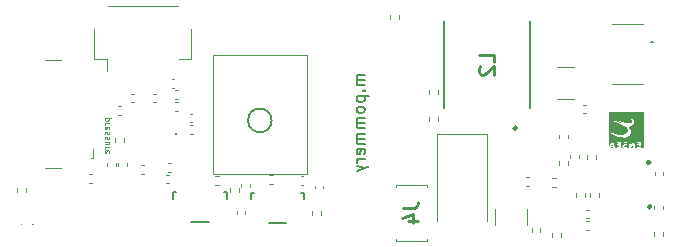
<source format=gbr>
%TF.GenerationSoftware,KiCad,Pcbnew,8.0.5*%
%TF.CreationDate,2025-02-13T02:53:00+01:00*%
%TF.ProjectId,cansatperso,63616e73-6174-4706-9572-736f2e6b6963,rev?*%
%TF.SameCoordinates,Original*%
%TF.FileFunction,Legend,Bot*%
%TF.FilePolarity,Positive*%
%FSLAX46Y46*%
G04 Gerber Fmt 4.6, Leading zero omitted, Abs format (unit mm)*
G04 Created by KiCad (PCBNEW 8.0.5) date 2025-02-13 02:53:00*
%MOMM*%
%LPD*%
G01*
G04 APERTURE LIST*
%ADD10C,0.100000*%
%ADD11C,0.200000*%
%ADD12C,0.254000*%
%ADD13C,0.120000*%
%ADD14C,0.150000*%
%ADD15C,0.250000*%
%ADD16C,0.000000*%
G04 APERTURE END LIST*
D10*
X147700276Y-83144836D02*
X148200276Y-83144836D01*
X147724085Y-83144836D02*
X147700276Y-83192455D01*
X147700276Y-83192455D02*
X147700276Y-83287693D01*
X147700276Y-83287693D02*
X147724085Y-83335312D01*
X147724085Y-83335312D02*
X147747895Y-83359122D01*
X147747895Y-83359122D02*
X147795514Y-83382931D01*
X147795514Y-83382931D02*
X147938371Y-83382931D01*
X147938371Y-83382931D02*
X147985990Y-83359122D01*
X147985990Y-83359122D02*
X148009800Y-83335312D01*
X148009800Y-83335312D02*
X148033609Y-83287693D01*
X148033609Y-83287693D02*
X148033609Y-83192455D01*
X148033609Y-83192455D02*
X148009800Y-83144836D01*
X148033609Y-83597217D02*
X147700276Y-83597217D01*
X147795514Y-83597217D02*
X147747895Y-83621027D01*
X147747895Y-83621027D02*
X147724085Y-83644836D01*
X147724085Y-83644836D02*
X147700276Y-83692455D01*
X147700276Y-83692455D02*
X147700276Y-83740074D01*
X148009800Y-84097217D02*
X148033609Y-84049598D01*
X148033609Y-84049598D02*
X148033609Y-83954360D01*
X148033609Y-83954360D02*
X148009800Y-83906741D01*
X148009800Y-83906741D02*
X147962180Y-83882932D01*
X147962180Y-83882932D02*
X147771704Y-83882932D01*
X147771704Y-83882932D02*
X147724085Y-83906741D01*
X147724085Y-83906741D02*
X147700276Y-83954360D01*
X147700276Y-83954360D02*
X147700276Y-84049598D01*
X147700276Y-84049598D02*
X147724085Y-84097217D01*
X147724085Y-84097217D02*
X147771704Y-84121027D01*
X147771704Y-84121027D02*
X147819323Y-84121027D01*
X147819323Y-84121027D02*
X147866942Y-83882932D01*
X148009800Y-84311503D02*
X148033609Y-84359122D01*
X148033609Y-84359122D02*
X148033609Y-84454360D01*
X148033609Y-84454360D02*
X148009800Y-84501979D01*
X148009800Y-84501979D02*
X147962180Y-84525788D01*
X147962180Y-84525788D02*
X147938371Y-84525788D01*
X147938371Y-84525788D02*
X147890752Y-84501979D01*
X147890752Y-84501979D02*
X147866942Y-84454360D01*
X147866942Y-84454360D02*
X147866942Y-84382931D01*
X147866942Y-84382931D02*
X147843133Y-84335312D01*
X147843133Y-84335312D02*
X147795514Y-84311503D01*
X147795514Y-84311503D02*
X147771704Y-84311503D01*
X147771704Y-84311503D02*
X147724085Y-84335312D01*
X147724085Y-84335312D02*
X147700276Y-84382931D01*
X147700276Y-84382931D02*
X147700276Y-84454360D01*
X147700276Y-84454360D02*
X147724085Y-84501979D01*
X148009800Y-84716265D02*
X148033609Y-84763884D01*
X148033609Y-84763884D02*
X148033609Y-84859122D01*
X148033609Y-84859122D02*
X148009800Y-84906741D01*
X148009800Y-84906741D02*
X147962180Y-84930550D01*
X147962180Y-84930550D02*
X147938371Y-84930550D01*
X147938371Y-84930550D02*
X147890752Y-84906741D01*
X147890752Y-84906741D02*
X147866942Y-84859122D01*
X147866942Y-84859122D02*
X147866942Y-84787693D01*
X147866942Y-84787693D02*
X147843133Y-84740074D01*
X147843133Y-84740074D02*
X147795514Y-84716265D01*
X147795514Y-84716265D02*
X147771704Y-84716265D01*
X147771704Y-84716265D02*
X147724085Y-84740074D01*
X147724085Y-84740074D02*
X147700276Y-84787693D01*
X147700276Y-84787693D02*
X147700276Y-84859122D01*
X147700276Y-84859122D02*
X147724085Y-84906741D01*
X147700276Y-85359122D02*
X148033609Y-85359122D01*
X147700276Y-85144836D02*
X147962180Y-85144836D01*
X147962180Y-85144836D02*
X148009800Y-85168646D01*
X148009800Y-85168646D02*
X148033609Y-85216265D01*
X148033609Y-85216265D02*
X148033609Y-85287693D01*
X148033609Y-85287693D02*
X148009800Y-85335312D01*
X148009800Y-85335312D02*
X147985990Y-85359122D01*
X148033609Y-85597217D02*
X147700276Y-85597217D01*
X147795514Y-85597217D02*
X147747895Y-85621027D01*
X147747895Y-85621027D02*
X147724085Y-85644836D01*
X147724085Y-85644836D02*
X147700276Y-85692455D01*
X147700276Y-85692455D02*
X147700276Y-85740074D01*
X148009800Y-86097217D02*
X148033609Y-86049598D01*
X148033609Y-86049598D02*
X148033609Y-85954360D01*
X148033609Y-85954360D02*
X148009800Y-85906741D01*
X148009800Y-85906741D02*
X147962180Y-85882932D01*
X147962180Y-85882932D02*
X147771704Y-85882932D01*
X147771704Y-85882932D02*
X147724085Y-85906741D01*
X147724085Y-85906741D02*
X147700276Y-85954360D01*
X147700276Y-85954360D02*
X147700276Y-86049598D01*
X147700276Y-86049598D02*
X147724085Y-86097217D01*
X147724085Y-86097217D02*
X147771704Y-86121027D01*
X147771704Y-86121027D02*
X147819323Y-86121027D01*
X147819323Y-86121027D02*
X147866942Y-85882932D01*
D11*
X169687219Y-79509673D02*
X169020552Y-79509673D01*
X169115790Y-79509673D02*
X169068171Y-79557292D01*
X169068171Y-79557292D02*
X169020552Y-79652530D01*
X169020552Y-79652530D02*
X169020552Y-79795387D01*
X169020552Y-79795387D02*
X169068171Y-79890625D01*
X169068171Y-79890625D02*
X169163409Y-79938244D01*
X169163409Y-79938244D02*
X169687219Y-79938244D01*
X169163409Y-79938244D02*
X169068171Y-79985863D01*
X169068171Y-79985863D02*
X169020552Y-80081101D01*
X169020552Y-80081101D02*
X169020552Y-80223958D01*
X169020552Y-80223958D02*
X169068171Y-80319197D01*
X169068171Y-80319197D02*
X169163409Y-80366816D01*
X169163409Y-80366816D02*
X169687219Y-80366816D01*
X169591980Y-80843006D02*
X169639600Y-80890625D01*
X169639600Y-80890625D02*
X169687219Y-80843006D01*
X169687219Y-80843006D02*
X169639600Y-80795387D01*
X169639600Y-80795387D02*
X169591980Y-80843006D01*
X169591980Y-80843006D02*
X169687219Y-80843006D01*
X169020552Y-81319196D02*
X170020552Y-81319196D01*
X169068171Y-81319196D02*
X169020552Y-81414434D01*
X169020552Y-81414434D02*
X169020552Y-81604910D01*
X169020552Y-81604910D02*
X169068171Y-81700148D01*
X169068171Y-81700148D02*
X169115790Y-81747767D01*
X169115790Y-81747767D02*
X169211028Y-81795386D01*
X169211028Y-81795386D02*
X169496742Y-81795386D01*
X169496742Y-81795386D02*
X169591980Y-81747767D01*
X169591980Y-81747767D02*
X169639600Y-81700148D01*
X169639600Y-81700148D02*
X169687219Y-81604910D01*
X169687219Y-81604910D02*
X169687219Y-81414434D01*
X169687219Y-81414434D02*
X169639600Y-81319196D01*
X169687219Y-82366815D02*
X169639600Y-82271577D01*
X169639600Y-82271577D02*
X169591980Y-82223958D01*
X169591980Y-82223958D02*
X169496742Y-82176339D01*
X169496742Y-82176339D02*
X169211028Y-82176339D01*
X169211028Y-82176339D02*
X169115790Y-82223958D01*
X169115790Y-82223958D02*
X169068171Y-82271577D01*
X169068171Y-82271577D02*
X169020552Y-82366815D01*
X169020552Y-82366815D02*
X169020552Y-82509672D01*
X169020552Y-82509672D02*
X169068171Y-82604910D01*
X169068171Y-82604910D02*
X169115790Y-82652529D01*
X169115790Y-82652529D02*
X169211028Y-82700148D01*
X169211028Y-82700148D02*
X169496742Y-82700148D01*
X169496742Y-82700148D02*
X169591980Y-82652529D01*
X169591980Y-82652529D02*
X169639600Y-82604910D01*
X169639600Y-82604910D02*
X169687219Y-82509672D01*
X169687219Y-82509672D02*
X169687219Y-82366815D01*
X169687219Y-83128720D02*
X169020552Y-83128720D01*
X169115790Y-83128720D02*
X169068171Y-83176339D01*
X169068171Y-83176339D02*
X169020552Y-83271577D01*
X169020552Y-83271577D02*
X169020552Y-83414434D01*
X169020552Y-83414434D02*
X169068171Y-83509672D01*
X169068171Y-83509672D02*
X169163409Y-83557291D01*
X169163409Y-83557291D02*
X169687219Y-83557291D01*
X169163409Y-83557291D02*
X169068171Y-83604910D01*
X169068171Y-83604910D02*
X169020552Y-83700148D01*
X169020552Y-83700148D02*
X169020552Y-83843005D01*
X169020552Y-83843005D02*
X169068171Y-83938244D01*
X169068171Y-83938244D02*
X169163409Y-83985863D01*
X169163409Y-83985863D02*
X169687219Y-83985863D01*
X169687219Y-84462053D02*
X169020552Y-84462053D01*
X169115790Y-84462053D02*
X169068171Y-84509672D01*
X169068171Y-84509672D02*
X169020552Y-84604910D01*
X169020552Y-84604910D02*
X169020552Y-84747767D01*
X169020552Y-84747767D02*
X169068171Y-84843005D01*
X169068171Y-84843005D02*
X169163409Y-84890624D01*
X169163409Y-84890624D02*
X169687219Y-84890624D01*
X169163409Y-84890624D02*
X169068171Y-84938243D01*
X169068171Y-84938243D02*
X169020552Y-85033481D01*
X169020552Y-85033481D02*
X169020552Y-85176338D01*
X169020552Y-85176338D02*
X169068171Y-85271577D01*
X169068171Y-85271577D02*
X169163409Y-85319196D01*
X169163409Y-85319196D02*
X169687219Y-85319196D01*
X169639600Y-86176338D02*
X169687219Y-86081100D01*
X169687219Y-86081100D02*
X169687219Y-85890624D01*
X169687219Y-85890624D02*
X169639600Y-85795386D01*
X169639600Y-85795386D02*
X169544361Y-85747767D01*
X169544361Y-85747767D02*
X169163409Y-85747767D01*
X169163409Y-85747767D02*
X169068171Y-85795386D01*
X169068171Y-85795386D02*
X169020552Y-85890624D01*
X169020552Y-85890624D02*
X169020552Y-86081100D01*
X169020552Y-86081100D02*
X169068171Y-86176338D01*
X169068171Y-86176338D02*
X169163409Y-86223957D01*
X169163409Y-86223957D02*
X169258647Y-86223957D01*
X169258647Y-86223957D02*
X169353885Y-85747767D01*
X169687219Y-86652529D02*
X169020552Y-86652529D01*
X169211028Y-86652529D02*
X169115790Y-86700148D01*
X169115790Y-86700148D02*
X169068171Y-86747767D01*
X169068171Y-86747767D02*
X169020552Y-86843005D01*
X169020552Y-86843005D02*
X169020552Y-86938243D01*
X169020552Y-87176339D02*
X169687219Y-87414434D01*
X169020552Y-87652529D02*
X169687219Y-87414434D01*
X169687219Y-87414434D02*
X169925314Y-87319196D01*
X169925314Y-87319196D02*
X169972933Y-87271577D01*
X169972933Y-87271577D02*
X170020552Y-87176339D01*
D12*
X180634318Y-78408333D02*
X180634318Y-77803571D01*
X180634318Y-77803571D02*
X179364318Y-77803571D01*
X179485270Y-78771190D02*
X179424794Y-78831666D01*
X179424794Y-78831666D02*
X179364318Y-78952619D01*
X179364318Y-78952619D02*
X179364318Y-79255000D01*
X179364318Y-79255000D02*
X179424794Y-79375952D01*
X179424794Y-79375952D02*
X179485270Y-79436428D01*
X179485270Y-79436428D02*
X179606222Y-79496905D01*
X179606222Y-79496905D02*
X179727175Y-79496905D01*
X179727175Y-79496905D02*
X179908603Y-79436428D01*
X179908603Y-79436428D02*
X180634318Y-78710714D01*
X180634318Y-78710714D02*
X180634318Y-79496905D01*
X172939318Y-90746667D02*
X173846461Y-90746667D01*
X173846461Y-90746667D02*
X174027889Y-90686190D01*
X174027889Y-90686190D02*
X174148842Y-90565238D01*
X174148842Y-90565238D02*
X174209318Y-90383809D01*
X174209318Y-90383809D02*
X174209318Y-90262857D01*
X173362651Y-91895714D02*
X174209318Y-91895714D01*
X172878842Y-91593333D02*
X173785984Y-91290952D01*
X173785984Y-91290952D02*
X173785984Y-92077143D01*
D13*
%TO.C,C19*%
X194270000Y-87754165D02*
X194270000Y-87985835D01*
X194990000Y-87754165D02*
X194990000Y-87985835D01*
%TO.C,R10*%
X161586359Y-88010000D02*
X161893641Y-88010000D01*
X161586359Y-88770000D02*
X161893641Y-88770000D01*
%TO.C,C21*%
X188461665Y-91890000D02*
X188693335Y-91890000D01*
X188461665Y-92610000D02*
X188693335Y-92610000D01*
%TO.C,R16*%
X186120000Y-87117621D02*
X186120000Y-86782379D01*
X186880000Y-87117621D02*
X186880000Y-86782379D01*
%TO.C,C27*%
X187120000Y-86525835D02*
X187120000Y-86294165D01*
X187840000Y-86525835D02*
X187840000Y-86294165D01*
%TO.C,C12*%
X151997836Y-81080000D02*
X151782164Y-81080000D01*
X151997836Y-81800000D02*
X151782164Y-81800000D01*
%TO.C,C10*%
X164282164Y-88100000D02*
X164497836Y-88100000D01*
X164282164Y-88820000D02*
X164497836Y-88820000D01*
%TO.C,R15*%
X185897621Y-88190000D02*
X185562379Y-88190000D01*
X185897621Y-88950000D02*
X185562379Y-88950000D01*
D11*
%TO.C,S1*%
X160055000Y-89460000D02*
X160055000Y-89460000D01*
X160055000Y-89460000D02*
X160305000Y-89460000D01*
X160055000Y-89485000D02*
X160055000Y-89485000D01*
X160055000Y-89485000D02*
X160055000Y-89985000D01*
X160055000Y-89985000D02*
X160055000Y-89485000D01*
X160055000Y-89985000D02*
X160055000Y-89985000D01*
X160305000Y-89460000D02*
X160055000Y-89460000D01*
X160305000Y-89460000D02*
X160305000Y-89460000D01*
X161555000Y-92010000D02*
X161555000Y-92010000D01*
X161555000Y-92010000D02*
X163055000Y-92010000D01*
X163055000Y-92010000D02*
X161555000Y-92010000D01*
X163055000Y-92010000D02*
X163055000Y-92010000D01*
X164305000Y-89460000D02*
X164305000Y-89460000D01*
X164305000Y-89460000D02*
X164555000Y-89460000D01*
X164555000Y-89460000D02*
X164305000Y-89460000D01*
X164555000Y-89460000D02*
X164555000Y-89460000D01*
X164555000Y-89460000D02*
X164555000Y-89460000D01*
X164555000Y-89460000D02*
X164555000Y-89985000D01*
X164555000Y-89985000D02*
X164555000Y-89460000D01*
X164555000Y-89985000D02*
X164555000Y-89985000D01*
%TO.C,L2*%
X176410000Y-74970000D02*
X176410000Y-82270000D01*
X183710000Y-82270000D02*
X183710000Y-74970000D01*
D13*
%TO.C,R7*%
X165200000Y-91343641D02*
X165200000Y-91036359D01*
X165960000Y-91343641D02*
X165960000Y-91036359D01*
%TO.C,R1*%
X140250000Y-89393641D02*
X140250000Y-89086359D01*
X141010000Y-89393641D02*
X141010000Y-89086359D01*
%TO.C,PA1010D1*%
D10*
X156810000Y-77850000D02*
X164810000Y-77850000D01*
X164810000Y-87850000D01*
X156810000Y-87850000D01*
X156810000Y-77850000D01*
D14*
X161810000Y-83350000D02*
G75*
G02*
X159810000Y-83350000I-1000000J0D01*
G01*
X159810000Y-83350000D02*
G75*
G02*
X161810000Y-83350000I1000000J0D01*
G01*
D13*
%TO.C,C29*%
X187391252Y-78840000D02*
X185968748Y-78840000D01*
X187391252Y-81560000D02*
X185968748Y-81560000D01*
%TO.C,C28*%
X188405835Y-82020000D02*
X188174165Y-82020000D01*
X188405835Y-82740000D02*
X188174165Y-82740000D01*
%TO.C,R11*%
X183820000Y-92442379D02*
X183820000Y-92777621D01*
X184580000Y-92442379D02*
X184580000Y-92777621D01*
%TO.C,C7*%
X158860000Y-91247836D02*
X158860000Y-91032164D01*
X159580000Y-91247836D02*
X159580000Y-91032164D01*
%TO.C,J1*%
X146800000Y-78145000D02*
X146800000Y-75645000D01*
X147850000Y-78145000D02*
X146800000Y-78145000D01*
X147850000Y-79135000D02*
X147850000Y-78145000D01*
X153850000Y-73675000D02*
X147970000Y-73675000D01*
X153970000Y-78145000D02*
X155020000Y-78145000D01*
X155020000Y-78145000D02*
X155020000Y-75645000D01*
D10*
%TO.C,J5*%
X193275000Y-75150000D02*
X190675000Y-75150000D01*
X193275000Y-80250000D02*
X190675000Y-80250000D01*
D11*
X193975000Y-76700000D02*
X193975000Y-76700000D01*
X194075000Y-76700000D02*
X194075000Y-76700000D01*
X194075000Y-76700000D02*
X194075000Y-76700000D01*
X193975000Y-76700000D02*
G75*
G02*
X194075000Y-76700000I50000J0D01*
G01*
X194075000Y-76700000D02*
G75*
G02*
X193975000Y-76700000I-50000J0D01*
G01*
X194075000Y-76700000D02*
G75*
G02*
X193975000Y-76700000I-50000J0D01*
G01*
D13*
%TO.C,C2*%
X152892164Y-87970000D02*
X153107836Y-87970000D01*
X152892164Y-88690000D02*
X153107836Y-88690000D01*
%TO.C,C25*%
X183615835Y-88170000D02*
X183384165Y-88170000D01*
X183615835Y-88890000D02*
X183384165Y-88890000D01*
D15*
%TO.C,IC5*%
X193950000Y-90670000D02*
G75*
G02*
X193700000Y-90670000I-125000J0D01*
G01*
X193700000Y-90670000D02*
G75*
G02*
X193950000Y-90670000I125000J0D01*
G01*
D13*
%TO.C,R22*%
X175130000Y-81097621D02*
X175130000Y-80762379D01*
X175890000Y-81097621D02*
X175890000Y-80762379D01*
%TO.C,R25*%
X148796359Y-82120000D02*
X149103641Y-82120000D01*
X148796359Y-82880000D02*
X149103641Y-82880000D01*
%TO.C,R2*%
X146336359Y-87850000D02*
X146643641Y-87850000D01*
X146336359Y-88610000D02*
X146643641Y-88610000D01*
%TO.C,R4*%
X185580000Y-93235121D02*
X185580000Y-92899879D01*
X186340000Y-93235121D02*
X186340000Y-92899879D01*
%TO.C,C14*%
X155107836Y-82770000D02*
X154892164Y-82770000D01*
X155107836Y-83490000D02*
X154892164Y-83490000D01*
%TO.C,C24*%
X180720000Y-92241252D02*
X180720000Y-90818748D01*
X183440000Y-92241252D02*
X183440000Y-90818748D01*
%TO.C,R20*%
X153923641Y-80810000D02*
X153616359Y-80810000D01*
X153923641Y-81570000D02*
X153616359Y-81570000D01*
%TO.C,R19*%
X153903641Y-81770000D02*
X153596359Y-81770000D01*
X153903641Y-82530000D02*
X153596359Y-82530000D01*
%TO.C,R3*%
X171800000Y-74747621D02*
X171800000Y-74412379D01*
X172560000Y-74747621D02*
X172560000Y-74412379D01*
D16*
%TO.C,G\u002A\u002A\u002A*%
G36*
X190690981Y-85610424D02*
G01*
X190759351Y-85651145D01*
X190747737Y-85684231D01*
X190665265Y-85699618D01*
X190582789Y-85687274D01*
X190541221Y-85651145D01*
X190558106Y-85623522D01*
X190635307Y-85602671D01*
X190690981Y-85610424D01*
G37*
G36*
X190686641Y-85430154D02*
G01*
X190680708Y-85466269D01*
X190638168Y-85505725D01*
X190626667Y-85504419D01*
X190589694Y-85460112D01*
X190591543Y-85446513D01*
X190638168Y-85384542D01*
X190663142Y-85379981D01*
X190686641Y-85430154D01*
G37*
G36*
X192408934Y-85408786D02*
G01*
X192425006Y-85452010D01*
X192431679Y-85554198D01*
X192430577Y-85593604D01*
X192405220Y-85677302D01*
X192333488Y-85699618D01*
X192328994Y-85699612D01*
X192268981Y-85692068D01*
X192264204Y-85652380D01*
X192310496Y-85554198D01*
X192317560Y-85540729D01*
X192373354Y-85447105D01*
X192408687Y-85408778D01*
X192408934Y-85408786D01*
G37*
G36*
X191135447Y-82597735D02*
G01*
X191332178Y-82601819D01*
X191469609Y-82613678D01*
X191570697Y-82637365D01*
X191658401Y-82676936D01*
X191755681Y-82736446D01*
X191891078Y-82831448D01*
X192095628Y-83011170D01*
X192241809Y-83190705D01*
X192313678Y-83352453D01*
X192323666Y-83419068D01*
X192303756Y-83500263D01*
X192215395Y-83557132D01*
X192022178Y-83610432D01*
X191778087Y-83587591D01*
X191518172Y-83469847D01*
X191416328Y-83409404D01*
X191294755Y-83346760D01*
X191237508Y-83331629D01*
X191250846Y-83364812D01*
X191341030Y-83447113D01*
X191389945Y-83490375D01*
X191430999Y-83549554D01*
X191392915Y-83565461D01*
X191281059Y-83537682D01*
X191100797Y-83465797D01*
X191014525Y-83430187D01*
X190902107Y-83393418D01*
X190847689Y-83389587D01*
X190844451Y-83397036D01*
X190882777Y-83444937D01*
X190987375Y-83515650D01*
X191139432Y-83598676D01*
X191320140Y-83683515D01*
X191510687Y-83759667D01*
X191674595Y-83820530D01*
X191815542Y-83882390D01*
X191899048Y-83940311D01*
X191944599Y-84008774D01*
X191971679Y-84102260D01*
X191983388Y-84273723D01*
X191920673Y-84417417D01*
X191774176Y-84516448D01*
X191507770Y-84578260D01*
X191201014Y-84560698D01*
X190871412Y-84463630D01*
X190720128Y-84406097D01*
X190604369Y-84369649D01*
X190552445Y-84363458D01*
X190541968Y-84380501D01*
X190567645Y-84443584D01*
X190664857Y-84519339D01*
X190816779Y-84599670D01*
X191006586Y-84676476D01*
X191217452Y-84741658D01*
X191432554Y-84787117D01*
X191443505Y-84788801D01*
X191718216Y-84813264D01*
X191921691Y-84788234D01*
X192067916Y-84709665D01*
X192170880Y-84573509D01*
X192210288Y-84447358D01*
X192216568Y-84273347D01*
X192182727Y-84110868D01*
X192112814Y-83999908D01*
X192053740Y-83933310D01*
X192064631Y-83877726D01*
X192165076Y-83857633D01*
X192186622Y-83856637D01*
X192328951Y-83801970D01*
X192437166Y-83686197D01*
X192480152Y-83540626D01*
X192460296Y-83396982D01*
X192352927Y-83170403D01*
X192156376Y-82944544D01*
X191875102Y-82725413D01*
X191682075Y-82597328D01*
X192517373Y-82597328D01*
X193352671Y-82597328D01*
X193352671Y-84148473D01*
X193352671Y-85699618D01*
X193207252Y-85699618D01*
X193205028Y-85699618D01*
X193122856Y-85694867D01*
X193080276Y-85664757D01*
X193064274Y-85585427D01*
X193061832Y-85433015D01*
X193061832Y-85166412D01*
X192892175Y-85166412D01*
X192869910Y-85166830D01*
X192765131Y-85182846D01*
X192722519Y-85214885D01*
X192752606Y-85246765D01*
X192843702Y-85263358D01*
X192923403Y-85275393D01*
X192964885Y-85311832D01*
X192934798Y-85343712D01*
X192843702Y-85360305D01*
X192764001Y-85372340D01*
X192722519Y-85408778D01*
X192752606Y-85440658D01*
X192843702Y-85457251D01*
X192922747Y-85471482D01*
X192964885Y-85529961D01*
X192941167Y-85577389D01*
X192843702Y-85602671D01*
X192764001Y-85614706D01*
X192722519Y-85651145D01*
X192715206Y-85672625D01*
X192652342Y-85699618D01*
X192620349Y-85686660D01*
X192585993Y-85607697D01*
X192567514Y-85445587D01*
X192566333Y-85427228D01*
X192537824Y-85259420D01*
X192485141Y-85180362D01*
X192412413Y-85192547D01*
X192323769Y-85298467D01*
X192240366Y-85433015D01*
X192239076Y-85295674D01*
X192226072Y-85192449D01*
X192195050Y-85165171D01*
X192156829Y-85206867D01*
X192122200Y-85305478D01*
X192101951Y-85448943D01*
X192099225Y-85491309D01*
X192082592Y-85622161D01*
X192050897Y-85684035D01*
X191994408Y-85699618D01*
X191937572Y-85687129D01*
X191929345Y-85627097D01*
X191936814Y-85597390D01*
X191908165Y-85572332D01*
X191806640Y-85584683D01*
X191716980Y-85594736D01*
X191661497Y-85575190D01*
X191689458Y-85529432D01*
X191801526Y-85472089D01*
X191914342Y-85401858D01*
X191942172Y-85312227D01*
X191876904Y-85217099D01*
X191848389Y-85198823D01*
X191741258Y-85174881D01*
X191634311Y-85191625D01*
X191573154Y-85244885D01*
X191588166Y-85277203D01*
X191678422Y-85275589D01*
X191760924Y-85272426D01*
X191801526Y-85306181D01*
X191796352Y-85327531D01*
X191738081Y-85360305D01*
X191679421Y-85375000D01*
X191580543Y-85430063D01*
X191555262Y-85449824D01*
X191513365Y-85513994D01*
X191547452Y-85599719D01*
X191574250Y-85647623D01*
X191570940Y-85690959D01*
X191486861Y-85699618D01*
X191425920Y-85695237D01*
X191385009Y-85665192D01*
X191368399Y-85585694D01*
X191365267Y-85433015D01*
X191365267Y-85166412D01*
X191195610Y-85166412D01*
X191173345Y-85166830D01*
X191068566Y-85182846D01*
X191025954Y-85214885D01*
X191042839Y-85242508D01*
X191120040Y-85263358D01*
X191175714Y-85271111D01*
X191244084Y-85311832D01*
X191232470Y-85344918D01*
X191149998Y-85360305D01*
X191114016Y-85362049D01*
X191036621Y-85390079D01*
X191042436Y-85433096D01*
X191135019Y-85465998D01*
X191202856Y-85486220D01*
X191244084Y-85529961D01*
X191220263Y-85563494D01*
X191135019Y-85593924D01*
X191067169Y-85613415D01*
X191025954Y-85654516D01*
X191021091Y-85671889D01*
X190963282Y-85699618D01*
X190926865Y-85672703D01*
X190868194Y-85575240D01*
X190809339Y-85431102D01*
X190775703Y-85340815D01*
X190704311Y-85213288D01*
X190633847Y-85182304D01*
X190561506Y-85247673D01*
X190484488Y-85409207D01*
X190471957Y-85441437D01*
X190451214Y-85488111D01*
X190434936Y-85506101D01*
X190422555Y-85486874D01*
X190413507Y-85421897D01*
X190407225Y-85302637D01*
X190403143Y-85120563D01*
X190400695Y-84867140D01*
X190399315Y-84533836D01*
X190398437Y-84112118D01*
X190395801Y-82597328D01*
X190967991Y-82597328D01*
X191135447Y-82597735D01*
G37*
D13*
%TO.C,R8*%
X157036359Y-88090000D02*
X157343641Y-88090000D01*
X157036359Y-88850000D02*
X157343641Y-88850000D01*
%TO.C,C13*%
X150137836Y-81090000D02*
X149922164Y-81090000D01*
X150137836Y-81810000D02*
X149922164Y-81810000D01*
%TO.C,R13*%
X159250000Y-89003641D02*
X159250000Y-88696359D01*
X160010000Y-89003641D02*
X160010000Y-88696359D01*
%TO.C,J4*%
X144015000Y-78230000D02*
X142605000Y-78230000D01*
X144015000Y-87390000D02*
X142605000Y-87390000D01*
X146535000Y-86570000D02*
X146685000Y-86570000D01*
X146685000Y-86570000D02*
X146685000Y-85770000D01*
%TO.C,R23*%
X153006359Y-86960000D02*
X153313641Y-86960000D01*
X153006359Y-87720000D02*
X153313641Y-87720000D01*
%TO.C,C24*%
X147880000Y-86972164D02*
X147880000Y-87187836D01*
X148600000Y-86972164D02*
X148600000Y-87187836D01*
%TO.C,C22*%
X148840000Y-86982164D02*
X148840000Y-87197836D01*
X149560000Y-86982164D02*
X149560000Y-87197836D01*
%TO.C,C20*%
X194220000Y-90815835D02*
X194220000Y-90584165D01*
X194940000Y-90815835D02*
X194940000Y-90584165D01*
D10*
%TO.C,D2*%
X140710000Y-92195000D02*
G75*
G02*
X140610000Y-92195000I-50000J0D01*
G01*
X140610000Y-92195000D02*
G75*
G02*
X140710000Y-92195000I50000J0D01*
G01*
D11*
%TO.C,S2*%
X153500000Y-89445000D02*
X153500000Y-89445000D01*
X153500000Y-89445000D02*
X153750000Y-89445000D01*
X153500000Y-89470000D02*
X153500000Y-89470000D01*
X153500000Y-89470000D02*
X153500000Y-89970000D01*
X153500000Y-89970000D02*
X153500000Y-89470000D01*
X153500000Y-89970000D02*
X153500000Y-89970000D01*
X153750000Y-89445000D02*
X153500000Y-89445000D01*
X153750000Y-89445000D02*
X153750000Y-89445000D01*
X155000000Y-91995000D02*
X155000000Y-91995000D01*
X155000000Y-91995000D02*
X156500000Y-91995000D01*
X156500000Y-91995000D02*
X155000000Y-91995000D01*
X156500000Y-91995000D02*
X156500000Y-91995000D01*
X157750000Y-89445000D02*
X157750000Y-89445000D01*
X157750000Y-89445000D02*
X158000000Y-89445000D01*
X158000000Y-89445000D02*
X157750000Y-89445000D01*
X158000000Y-89445000D02*
X158000000Y-89445000D01*
X158000000Y-89445000D02*
X158000000Y-89445000D01*
X158000000Y-89445000D02*
X158000000Y-89970000D01*
X158000000Y-89970000D02*
X158000000Y-89445000D01*
X158000000Y-89970000D02*
X158000000Y-89970000D01*
D13*
%TO.C,R19*%
X187590000Y-89827621D02*
X187590000Y-89492379D01*
X188350000Y-89827621D02*
X188350000Y-89492379D01*
%TO.C,R21*%
X175130000Y-83415121D02*
X175130000Y-83079879D01*
X175890000Y-83415121D02*
X175890000Y-83079879D01*
D15*
%TO.C,IC2*%
X193860000Y-86920000D02*
G75*
G02*
X193610000Y-86920000I-125000J0D01*
G01*
X193610000Y-86920000D02*
G75*
G02*
X193860000Y-86920000I125000J0D01*
G01*
D13*
%TO.C,C26*%
X186170000Y-84835835D02*
X186170000Y-84604165D01*
X186890000Y-84835835D02*
X186890000Y-84604165D01*
%TO.C,R22*%
X150716359Y-87130000D02*
X151023641Y-87130000D01*
X150716359Y-87890000D02*
X151023641Y-87890000D01*
%TO.C,C18*%
X188464165Y-90920000D02*
X188695835Y-90920000D01*
X188464165Y-91640000D02*
X188695835Y-91640000D01*
%TO.C,C19*%
X155127836Y-83740000D02*
X154912164Y-83740000D01*
X155127836Y-84460000D02*
X154912164Y-84460000D01*
D10*
%TO.C,U5*%
X153650000Y-84480000D02*
X153650000Y-84480000D01*
X153750000Y-84480000D02*
X153750000Y-84480000D01*
X153650000Y-84480000D02*
G75*
G02*
X153750000Y-84480000I50000J0D01*
G01*
X153750000Y-84480000D02*
G75*
G02*
X153650000Y-84480000I-50000J0D01*
G01*
D13*
%TO.C,R17*%
X188510000Y-86587621D02*
X188510000Y-86252379D01*
X189270000Y-86587621D02*
X189270000Y-86252379D01*
%TO.C,D2*%
X175780000Y-91910000D02*
X175780000Y-84500000D01*
X180080000Y-84500000D02*
X175780000Y-84500000D01*
X180080000Y-91910000D02*
X180080000Y-84500000D01*
D10*
%TO.C,J4*%
X172335000Y-88820000D02*
X174935000Y-88820000D01*
X172335000Y-88970000D02*
X172335000Y-88820000D01*
X172335000Y-93370000D02*
X172335000Y-93520000D01*
X172335000Y-93520000D02*
X174935000Y-93520000D01*
X174935000Y-88820000D02*
X174935000Y-88970000D01*
X174935000Y-93520000D02*
X174935000Y-93370000D01*
D13*
%TO.C,R1*%
X194200000Y-92772379D02*
X194200000Y-93107621D01*
X194960000Y-92772379D02*
X194960000Y-93107621D01*
%TO.C,R18*%
X188770000Y-89502379D02*
X188770000Y-89837621D01*
X189530000Y-89502379D02*
X189530000Y-89837621D01*
D15*
%TO.C,IC3*%
X182565000Y-84010000D02*
G75*
G02*
X182315000Y-84010000I-125000J0D01*
G01*
X182315000Y-84010000D02*
G75*
G02*
X182565000Y-84010000I125000J0D01*
G01*
D13*
%TO.C,R9*%
X158290000Y-89086359D02*
X158290000Y-89393641D01*
X159050000Y-89086359D02*
X159050000Y-89393641D01*
D10*
%TO.C,D3*%
X141660000Y-92165000D02*
G75*
G02*
X141560000Y-92165000I-50000J0D01*
G01*
X141560000Y-92165000D02*
G75*
G02*
X141660000Y-92165000I50000J0D01*
G01*
D13*
%TO.C,R24*%
X148540000Y-84876359D02*
X148540000Y-85183641D01*
X149300000Y-84876359D02*
X149300000Y-85183641D01*
%TO.C,C25*%
X153372164Y-79870000D02*
X153587836Y-79870000D01*
X153372164Y-80590000D02*
X153587836Y-80590000D01*
%TO.C,C11*%
X165460000Y-89107836D02*
X165460000Y-88892164D01*
X166180000Y-89107836D02*
X166180000Y-88892164D01*
%TD*%
M02*

</source>
